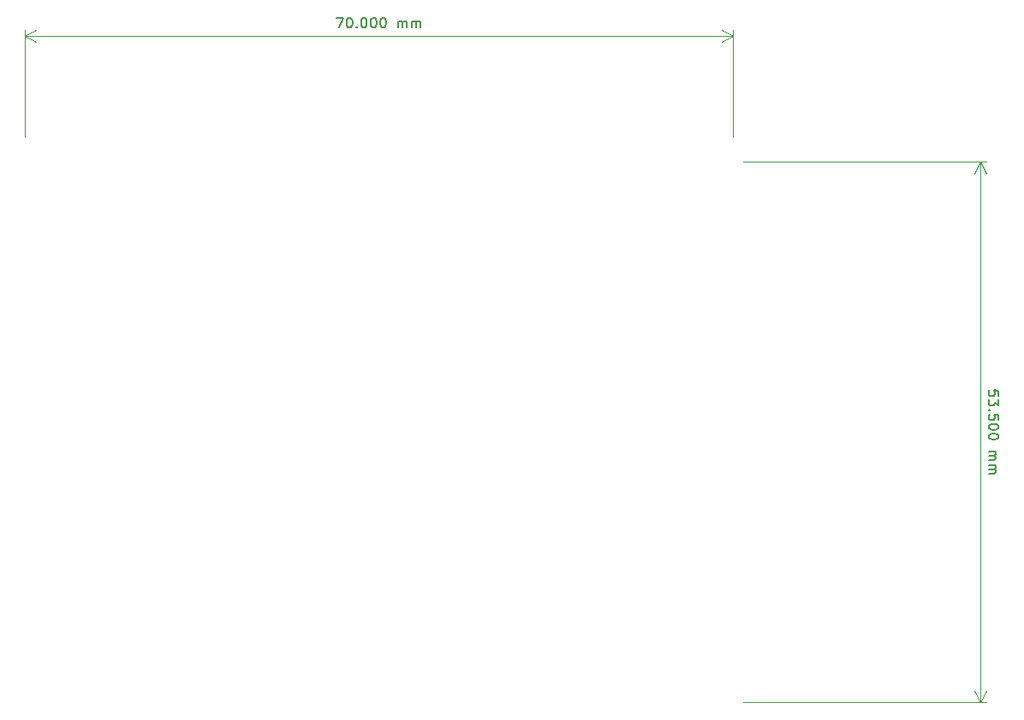
<source format=gbr>
%TF.GenerationSoftware,KiCad,Pcbnew,5.1.6-c6e7f7d~87~ubuntu20.04.1*%
%TF.CreationDate,2020-07-24T19:51:26+01:00*%
%TF.ProjectId,ETAG_GEN3,45544147-5f47-4454-9e33-2e6b69636164,rev?*%
%TF.SameCoordinates,Original*%
%TF.FileFunction,Other,ECO2*%
%FSLAX46Y46*%
G04 Gerber Fmt 4.6, Leading zero omitted, Abs format (unit mm)*
G04 Created by KiCad (PCBNEW 5.1.6-c6e7f7d~87~ubuntu20.04.1) date 2020-07-24 19:51:26*
%MOMM*%
%LPD*%
G01*
G04 APERTURE LIST*
%ADD10C,0.150000*%
%ADD11C,0.100000*%
G04 APERTURE END LIST*
D10*
X210297619Y-101630952D02*
X210297619Y-101154761D01*
X209821428Y-101107142D01*
X209869047Y-101154761D01*
X209916666Y-101250000D01*
X209916666Y-101488095D01*
X209869047Y-101583333D01*
X209821428Y-101630952D01*
X209726190Y-101678571D01*
X209488095Y-101678571D01*
X209392857Y-101630952D01*
X209345238Y-101583333D01*
X209297619Y-101488095D01*
X209297619Y-101250000D01*
X209345238Y-101154761D01*
X209392857Y-101107142D01*
X210297619Y-102011904D02*
X210297619Y-102630952D01*
X209916666Y-102297619D01*
X209916666Y-102440476D01*
X209869047Y-102535714D01*
X209821428Y-102583333D01*
X209726190Y-102630952D01*
X209488095Y-102630952D01*
X209392857Y-102583333D01*
X209345238Y-102535714D01*
X209297619Y-102440476D01*
X209297619Y-102154761D01*
X209345238Y-102059523D01*
X209392857Y-102011904D01*
X209392857Y-103059523D02*
X209345238Y-103107142D01*
X209297619Y-103059523D01*
X209345238Y-103011904D01*
X209392857Y-103059523D01*
X209297619Y-103059523D01*
X210297619Y-104011904D02*
X210297619Y-103535714D01*
X209821428Y-103488095D01*
X209869047Y-103535714D01*
X209916666Y-103630952D01*
X209916666Y-103869047D01*
X209869047Y-103964285D01*
X209821428Y-104011904D01*
X209726190Y-104059523D01*
X209488095Y-104059523D01*
X209392857Y-104011904D01*
X209345238Y-103964285D01*
X209297619Y-103869047D01*
X209297619Y-103630952D01*
X209345238Y-103535714D01*
X209392857Y-103488095D01*
X210297619Y-104678571D02*
X210297619Y-104773809D01*
X210250000Y-104869047D01*
X210202380Y-104916666D01*
X210107142Y-104964285D01*
X209916666Y-105011904D01*
X209678571Y-105011904D01*
X209488095Y-104964285D01*
X209392857Y-104916666D01*
X209345238Y-104869047D01*
X209297619Y-104773809D01*
X209297619Y-104678571D01*
X209345238Y-104583333D01*
X209392857Y-104535714D01*
X209488095Y-104488095D01*
X209678571Y-104440476D01*
X209916666Y-104440476D01*
X210107142Y-104488095D01*
X210202380Y-104535714D01*
X210250000Y-104583333D01*
X210297619Y-104678571D01*
X210297619Y-105630952D02*
X210297619Y-105726190D01*
X210250000Y-105821428D01*
X210202380Y-105869047D01*
X210107142Y-105916666D01*
X209916666Y-105964285D01*
X209678571Y-105964285D01*
X209488095Y-105916666D01*
X209392857Y-105869047D01*
X209345238Y-105821428D01*
X209297619Y-105726190D01*
X209297619Y-105630952D01*
X209345238Y-105535714D01*
X209392857Y-105488095D01*
X209488095Y-105440476D01*
X209678571Y-105392857D01*
X209916666Y-105392857D01*
X210107142Y-105440476D01*
X210202380Y-105488095D01*
X210250000Y-105535714D01*
X210297619Y-105630952D01*
X209297619Y-107154761D02*
X209964285Y-107154761D01*
X209869047Y-107154761D02*
X209916666Y-107202380D01*
X209964285Y-107297619D01*
X209964285Y-107440476D01*
X209916666Y-107535714D01*
X209821428Y-107583333D01*
X209297619Y-107583333D01*
X209821428Y-107583333D02*
X209916666Y-107630952D01*
X209964285Y-107726190D01*
X209964285Y-107869047D01*
X209916666Y-107964285D01*
X209821428Y-108011904D01*
X209297619Y-108011904D01*
X209297619Y-108488095D02*
X209964285Y-108488095D01*
X209869047Y-108488095D02*
X209916666Y-108535714D01*
X209964285Y-108630952D01*
X209964285Y-108773809D01*
X209916666Y-108869047D01*
X209821428Y-108916666D01*
X209297619Y-108916666D01*
X209821428Y-108916666D02*
X209916666Y-108964285D01*
X209964285Y-109059523D01*
X209964285Y-109202380D01*
X209916666Y-109297619D01*
X209821428Y-109345238D01*
X209297619Y-109345238D01*
D11*
X208500000Y-78500000D02*
X208500000Y-132000000D01*
X185000000Y-78500000D02*
X209086421Y-78500000D01*
X185000000Y-132000000D02*
X209086421Y-132000000D01*
X208500000Y-132000000D02*
X207913579Y-130873496D01*
X208500000Y-132000000D02*
X209086421Y-130873496D01*
X208500000Y-78500000D02*
X207913579Y-79626504D01*
X208500000Y-78500000D02*
X209086421Y-79626504D01*
D10*
X144809523Y-64202380D02*
X145476190Y-64202380D01*
X145047619Y-65202380D01*
X146047619Y-64202380D02*
X146142857Y-64202380D01*
X146238095Y-64250000D01*
X146285714Y-64297619D01*
X146333333Y-64392857D01*
X146380952Y-64583333D01*
X146380952Y-64821428D01*
X146333333Y-65011904D01*
X146285714Y-65107142D01*
X146238095Y-65154761D01*
X146142857Y-65202380D01*
X146047619Y-65202380D01*
X145952380Y-65154761D01*
X145904761Y-65107142D01*
X145857142Y-65011904D01*
X145809523Y-64821428D01*
X145809523Y-64583333D01*
X145857142Y-64392857D01*
X145904761Y-64297619D01*
X145952380Y-64250000D01*
X146047619Y-64202380D01*
X146809523Y-65107142D02*
X146857142Y-65154761D01*
X146809523Y-65202380D01*
X146761904Y-65154761D01*
X146809523Y-65107142D01*
X146809523Y-65202380D01*
X147476190Y-64202380D02*
X147571428Y-64202380D01*
X147666666Y-64250000D01*
X147714285Y-64297619D01*
X147761904Y-64392857D01*
X147809523Y-64583333D01*
X147809523Y-64821428D01*
X147761904Y-65011904D01*
X147714285Y-65107142D01*
X147666666Y-65154761D01*
X147571428Y-65202380D01*
X147476190Y-65202380D01*
X147380952Y-65154761D01*
X147333333Y-65107142D01*
X147285714Y-65011904D01*
X147238095Y-64821428D01*
X147238095Y-64583333D01*
X147285714Y-64392857D01*
X147333333Y-64297619D01*
X147380952Y-64250000D01*
X147476190Y-64202380D01*
X148428571Y-64202380D02*
X148523809Y-64202380D01*
X148619047Y-64250000D01*
X148666666Y-64297619D01*
X148714285Y-64392857D01*
X148761904Y-64583333D01*
X148761904Y-64821428D01*
X148714285Y-65011904D01*
X148666666Y-65107142D01*
X148619047Y-65154761D01*
X148523809Y-65202380D01*
X148428571Y-65202380D01*
X148333333Y-65154761D01*
X148285714Y-65107142D01*
X148238095Y-65011904D01*
X148190476Y-64821428D01*
X148190476Y-64583333D01*
X148238095Y-64392857D01*
X148285714Y-64297619D01*
X148333333Y-64250000D01*
X148428571Y-64202380D01*
X149380952Y-64202380D02*
X149476190Y-64202380D01*
X149571428Y-64250000D01*
X149619047Y-64297619D01*
X149666666Y-64392857D01*
X149714285Y-64583333D01*
X149714285Y-64821428D01*
X149666666Y-65011904D01*
X149619047Y-65107142D01*
X149571428Y-65154761D01*
X149476190Y-65202380D01*
X149380952Y-65202380D01*
X149285714Y-65154761D01*
X149238095Y-65107142D01*
X149190476Y-65011904D01*
X149142857Y-64821428D01*
X149142857Y-64583333D01*
X149190476Y-64392857D01*
X149238095Y-64297619D01*
X149285714Y-64250000D01*
X149380952Y-64202380D01*
X150904761Y-65202380D02*
X150904761Y-64535714D01*
X150904761Y-64630952D02*
X150952380Y-64583333D01*
X151047619Y-64535714D01*
X151190476Y-64535714D01*
X151285714Y-64583333D01*
X151333333Y-64678571D01*
X151333333Y-65202380D01*
X151333333Y-64678571D02*
X151380952Y-64583333D01*
X151476190Y-64535714D01*
X151619047Y-64535714D01*
X151714285Y-64583333D01*
X151761904Y-64678571D01*
X151761904Y-65202380D01*
X152238095Y-65202380D02*
X152238095Y-64535714D01*
X152238095Y-64630952D02*
X152285714Y-64583333D01*
X152380952Y-64535714D01*
X152523809Y-64535714D01*
X152619047Y-64583333D01*
X152666666Y-64678571D01*
X152666666Y-65202380D01*
X152666666Y-64678571D02*
X152714285Y-64583333D01*
X152809523Y-64535714D01*
X152952380Y-64535714D01*
X153047619Y-64583333D01*
X153095238Y-64678571D01*
X153095238Y-65202380D01*
D11*
X114000000Y-66000000D02*
X184000000Y-66000000D01*
X114000000Y-76000000D02*
X114000000Y-65413579D01*
X184000000Y-76000000D02*
X184000000Y-65413579D01*
X184000000Y-66000000D02*
X182873496Y-66586421D01*
X184000000Y-66000000D02*
X182873496Y-65413579D01*
X114000000Y-66000000D02*
X115126504Y-66586421D01*
X114000000Y-66000000D02*
X115126504Y-65413579D01*
M02*

</source>
